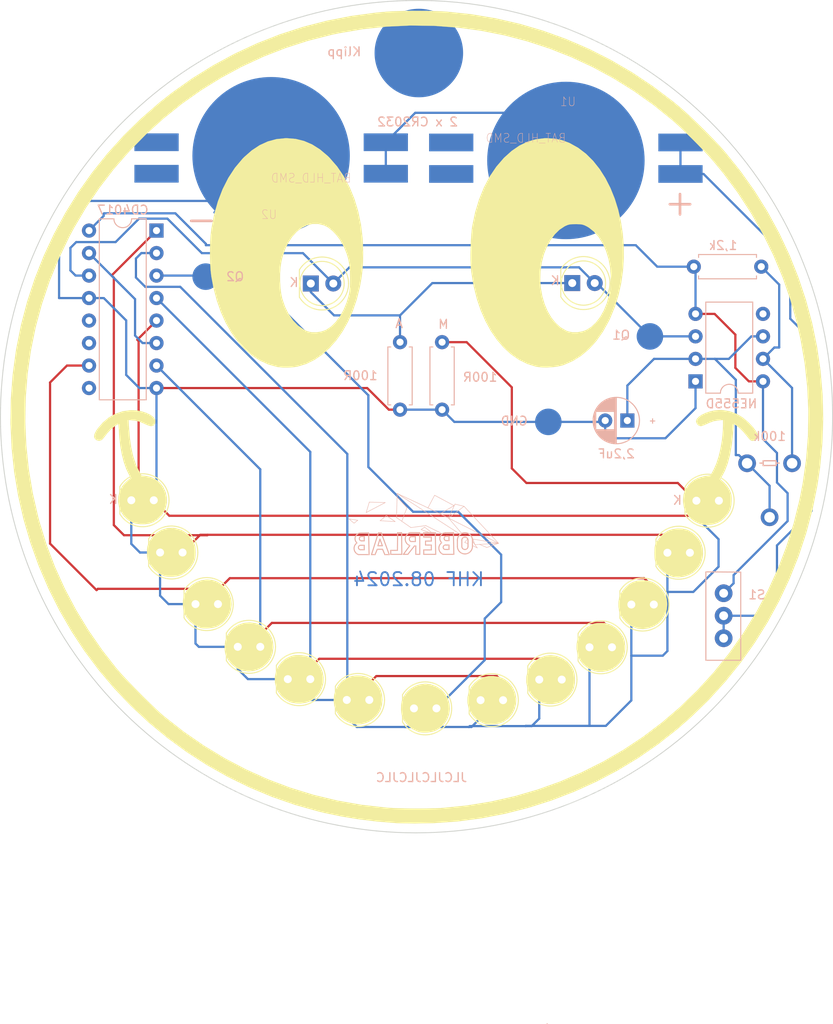
<source format=kicad_pcb>
(kicad_pcb (version 20221018) (generator pcbnew)
  (layers (0 "F.Cu" signal) (31 "B.Cu" signal) (34 "B.Paste" user) (35 "F.Paste" user) (36 "B.SilkS" user "B.Silkscreen") (37 "F.SilkS" user "F.Silkscreen") (38 "B.Mask" user) (39 "F.Mask" user) (44 "Edge.Cuts" user))
  (net 0 "")
  (net 1 "unconnected-(C1-Pad1)")
  (net 2 "Net-(U3-GND)")
  (net 3 "Net-(D1-K)")
  (net 4 "Net-(D1-A)")
  (net 5 "Net-(D2-A)")
  (net 6 "Net-(D3-A)")
  (net 7 "Net-(D4-A)")
  (net 8 "Net-(D5-A)")
  (net 9 "Net-(D6-A)")
  (net 10 "Net-(D7-A)")
  (net 11 "Net-(D8-K)")
  (net 12 "Net-(D8-A)")
  (net 13 "Net-(U3-R)")
  (net 14 "Net-(U3-DIS)")
  (net 15 "Net-(S1-E)")
  (net 16 "Net-(U1-Pad2)")
  (net 21 "unconnected-(U4-Q7-Pad6)")
  (footprint "!Goody:LED_D5.0mm" (layer "F.Cu") (at 63.6 123.4)
    (fp_text reference "D3")
    (fp_text value "LED" hide)
  )
  (footprint "LOGO" (layer "F.Cu") (at 76.9428 94.7546)
    (fp_text reference "G***" hide)
    (fp_text value "LOGO" hide)
  )
  (footprint "!Goody:LED_D5.0mm" (layer "F.Cu") (at 57.95 119.75)
    (fp_text reference "D4")
    (fp_text value "LED" hide)
  )
  (footprint "!Goody:LED_D5.0mm" (layer "F.Cu") (at 53.175 114.925)
    (fp_text reference "D5")
    (fp_text value "LED" hide)
  )
  (footprint "!Goody:LED_D5.0mm" (layer "F.Cu") (at 92 123.45)
    (fp_text reference "D33")
    (fp_text value "LED" hide)
  )
  (footprint "!Goody:LED_D5.0mm" (layer "F.Cu") (at 102.4 114.975)
    (fp_text reference "D55")
    (fp_text value "LED" hide)
  )
  (footprint "!Goody:LED_D5.0mm" (layer "F.Cu") (at 109.75 103.25)
    (fp_text reference "D77")
    (fp_text value "LED" hide)
  )
  (footprint "!Goody:LED_D5.0mm" (layer "F.Cu") (at 106.475 109.125)
    (fp_text reference "D66")
    (fp_text value "LED" hide)
  )
  (footprint "!Goody:LED_D5.0mm" (layer "F.Cu") (at 49.175 109.1)
    (fp_text reference "D6")
    (fp_text value "LED" hide)
  )
  (footprint "!Goody:LED_D5.0mm" (layer "F.Cu") (at 85.375 125.775)
    (fp_text reference "D22")
    (fp_text value "LED" hide)
  )
  (footprint "!Goody:LED_D5.0mm" (layer "F.Cu") (at 45.925 103.2)
    (fp_text reference "D7")
    (fp_text value "LED" hide)
  )
  (footprint "" (layer "F.Cu") (at 93.025 94.35)
    (fp_text reference "")
    (fp_text value "")
  )
  (footprint "!Goody:ob-logo_B.SilkS" (layer "F.Cu") (at 84.28 123.26)
    (fp_text reference "G***" hide)
    (fp_text value "LOGO" hide)
  )
  (footprint "" (layer "F.Cu") (at 54.325 77.95)
    (fp_text reference "")
    (fp_text value "")
  )
  (footprint "!Goody:LED_D5.0mm" (layer "F.Cu") (at 66.2 78.725)
    (fp_text reference "D8")
    (fp_text value "LED" hide)
  )
  (footprint "!Goody:LED_D5.0mm" (layer "F.Cu") (at 70.265 125.75)
    (fp_text reference "D2")
    (fp_text value "LED" hide)
  )
  (footprint "!Goody:LED_D5.0mm" (layer "F.Cu") (at 95.725 78.675)
    (fp_text reference "D88")
    (fp_text value "LED" hide)
  )
  (footprint "!Goody:LED_D5.0mm" (layer "F.Cu") (at 77.85 126.7)
    (fp_text reference "D1")
    (fp_text value "LED" hide)
  )
  (footprint "!Goody:LED_D5.0mm" (layer "F.Cu") (at 97.675 119.8)
    (fp_text reference "D44")
    (fp_text value "LED" hide)
  )
  (footprint "Capacitor_THT:CP_Radial_D5.0mm_P2.50mm" (layer "B.Cu") (at 101.95 94.2 180)
    (fp_text reference "C1")
    (fp_text value "2,2uF")
  )
  (footprint "Package_DIP:DIP-8_W7.62mm" (layer "B.Cu") (at 109.65 89.775)
    (fp_text reference "U3")
    (fp_text value "NE555D")
  )
  (footprint "!Goody:BAT-HLD-SMD-Blech" (layer "B.Cu") (at 61.715 64.299 180)
    (fp_text reference "U2")
    (fp_text value "BAT_HLD_SMD")
  )
  (footprint "!Goody:BAT-HLD-SMD-Blech" (layer "B.Cu") (at 95.01 64.832)
    (fp_text reference "U1")
    (fp_text value "BAT_HLD_SMD")
  )
  (footprint "!Goody:Micro_SchalterKHF" (layer "B.Cu") (at 112.825 113.7 -90)
    (fp_text reference "S1")
    (fp_text value "Micro_Schalter")
  )
  (footprint "Resistor_THT:R_Axial_DIN0207_L6.3mm_D2.5mm_P7.62mm_Horizontal" (layer "B.Cu") (at 109.455 76.825)
    (fp_text reference "R1")
    (fp_text value "1,2k")
  )
  (footprint "!Goody:Lötklipp" (layer "B.Cu") (at 104.5 84.7 180)
    (fp_text reference "LP")
    (fp_text value "Q1")
  )
  (footprint "!Goody:Lötklipp" (layer "B.Cu") (at 78.4 52.7 180)
    (fp_text reference "LP")
    (fp_text value "Klipp")
  )
  (footprint "!Goody:Mini-Poti" (layer "B.Cu") (at 118.015 96.485 180)
    (fp_text reference "R2")
    (fp_text value "100k")
  )
  (footprint "Resistor_THT:R_Axial_DIN0207_L6.3mm_D2.5mm_P7.62mm_Horizontal" (layer "B.Cu") (at 76.275 85.35 -90)
    (fp_text reference "R3")
    (fp_text value "100R")
  )
  (footprint "Package_DIP:DIP-16_W7.62mm" (layer "B.Cu") (at 48.77 72.75 180)
    (fp_text reference "CD4017")
    (fp_text value "4017")
  )
  (footprint "Resistor_THT:R_Axial_DIN0207_L6.3mm_D2.5mm_P7.62mm_Horizontal" (layer "B.Cu") (at 81.025 85.35 -90)
    (fp_text reference "R4")
    (fp_text value "100R")
  )
  (gr_line (start 117.29 98.74) (end 117.29 99.28) (stroke (width 0.15)) (layer "B.SilkS"))
  (gr_line (start 117.29 99.28) (end 118.76 99.27) (stroke (width 0.15)) (layer "B.SilkS"))
  (gr_line (start 118.75 99.005) (end 119.1 99) (stroke (width 0.15)) (layer "B.SilkS"))
  (gr_line (start 117.29 98.74) (end 118.74 98.74) (stroke (width 0.15)) (layer "B.SilkS"))
  (gr_line (start 117.29 99.01) (end 116.93 99) (stroke (width 0.15)) (layer "B.SilkS"))
  (gr_line (start 118.74 98.74) (end 118.76 99.27) (stroke (width 0.15)) (layer "B.SilkS"))
  (gr_line (start 102.0363 53.2796) (end 101.1099 52.74954) (stroke (width 0.1)) (layer "Edge.Cuts"))
  (gr_line (start 32.12822 103.2741) (end 32.35417 104.3052) (stroke (width 0.1)) (layer "Edge.Cuts"))
  (gr_line (start 52.59 54.32353) (end 51.7286 54.894) (stroke (width 0.1)) (layer "Edge.Cuts"))
  (gr_line (start 61.8308 137.8351) (end 62.8671 138.2059) (stroke (width 0.1)) (layer "Edge.Cuts"))
  (gr_line (start 38.9802 119.7417) (end 39.5755 120.6143) (stroke (width 0.1)) (layer "Edge.Cuts"))
  (gr_line (start 34.35034 76.7341) (end 33.9602 77.7697) (stroke (width 0.1)) (layer "Edge.Cuts"))
  (gr_line (start 63.764 49.03325) (end 62.784 49.36066) (stroke (width 0.1)) (layer "Edge.Cuts"))
  (gr_line (start 123.3729 80.9547) (end 123.0978 80.0229) (stroke (width 0.1)) (layer "Edge.Cuts"))
  (gr_line (start 108.1393 57.5698) (end 107.3109 56.8976) (stroke (width 0.1)) (layer "Edge.Cuts"))
  (gr_line (start 52.0514 132.8384) (end 52.974 133.4387) (stroke (width 0.1)) (layer "Edge.Cuts"))
  (gr_line (start 81.368 140.6394) (end 82.4712 140.5489) (stroke (width 0.1)) (layer "Edge.Cuts"))
  (gr_line (start 75.8373 140.7009) (end 76.9434 140.7411) (stroke (width 0.1)) (layer "Edge.Cuts"))
  (gr_line (start 66.0253 139.1685) (end 67.0929 139.4384) (stroke (width 0.1)) (layer "Edge.Cuts"))
  (gr_line (start 46.8477 58.7129) (end 46.0273 59.4576) (stroke (width 0.1)) (layer "Edge.Cuts"))
  (gr_line (start 123.2709 106.8481) (end 123.5327 105.9123) (stroke (width 0.1)) (layer "Edge.Cuts"))
  (gr_line (start 116.7675 66.9753) (end 116.149 66.106) (stroke (width 0.1)) (layer "Edge.Cuts"))
  (gr_line (start 49.3703 130.9117) (end 50.249 131.5746) (stroke (width 0.1)) (layer "Edge.Cuts"))
  (gr_line (start 121.5058 111.8692) (end 121.9052 110.8823) (stroke (width 0.1)) (layer "Edge.Cuts"))
  (gr_line (start 122.6351 108.8817) (end 122.9649 107.8688) (stroke (width 0.1)) (layer "Edge.Cuts"))
  (gr_line (start 123.0978 80.0229) (end 122.8028 79.0971) (stroke (width 0.1)) (layer "Edge.Cuts"))
  (gr_line (start 95.3534 137.4875) (end 96.3791 137.0713) (stroke (width 0.1)) (layer "Edge.Cuts"))
  (gr_line (start 92.5632 49.02885) (end 91.1865 48.60668) (stroke (width 0.1)) (layer "Edge.Cuts"))
  (gr_line (start 92.2214 138.5896) (end 93.274 138.2468) (stroke (width 0.1)) (layer "Edge.Cuts"))
  (gr_line (start 93.274 138.2468) (end 94.3182 137.8794) (stroke (width 0.1)) (layer "Edge.Cuts"))
  (gr_line (start 44.4437 61.0057) (end 43.6811 61.808) (stroke (width 0.1)) (layer "Edge.Cuts"))
  (gr_line (start 31.73657 86.326) (end 31.57479 87.4212) (stroke (width 0.1)) (layer "Edge.Cuts"))
  (gr_line (start 116.9331 120.2696) (end 117.5242 119.3842) (stroke (width 0.1)) (layer "Edge.Cuts"))
  (gr_line (start 47.6603 129.5257) (end 48.5072 130.2286) (stroke (width 0.1)) (layer "Edge.Cuts"))
  (gr_line (start 70.7911 47.34933) (end 69.7726 47.52356) (stroke (width 0.1)) (layer "Edge.Cuts"))
  (gr_line (start 99.2198 51.75559) (end 97.9231 51.12971) (stroke (width 0.1)) (layer "Edge.Cuts"))
  (gr_line (start 45.2259 60.2221) (end 44.4437 61.0057) (stroke (width 0.1)) (layer "Edge.Cuts"))
  (gr_line (start 71.431 140.2743) (end 72.5287 140.4211) (stroke (width 0.1)) (layer "Edge.Cuts"))
  (gr_line (start 52.974 133.4387) (end 53.9103 134.0175) (stroke (width 0.1)) (layer "Edge.Cuts"))
  (gr_line (start 114.3752 123.6723) (end 115.043 122.8433) (stroke (width 0.1)) (layer "Edge.Cuts"))
  (gr_line (start 105.0187 132.3114) (end 105.8859 131.6933) (stroke (width 0.1)) (layer "Edge.Cuts"))
  (gr_line (start 113.4839 62.7748) (end 112.7716 61.9805) (stroke (width 0.1)) (layer "Edge.Cuts"))
  (gr_line (start 64.751 48.72722) (end 63.764 49.03325) (stroke (width 0.1)) (layer "Edge.Cuts"))
  (gr_line (start 69.7726 47.52356) (end 68.7583 47.72018) (stroke (width 0.1)) (layer "Edge.Cuts"))
  (gr_line (start 32.13918 84.1493) (end 31.92479 85.2352) (stroke (width 0.1)) (layer "Edge.Cuts"))
  (gr_line (start 35.20247 74.6915) (end 34.76451 75.7078) (stroke (width 0.1)) (layer "Edge.Cuts"))
  (gr_line (start 57.7817 136.1113) (end 58.7786 136.5777) (stroke (width 0.1)) (layer "Edge.Cuts"))
  (gr_line (start 51.1429 132.217) (end 52.0514 132.8384) (stroke (width 0.1)) (layer "Edge.Cuts"))
  (gr_line (start 39.5755 120.6143) (end 40.1912 121.4729) (stroke (width 0.1)) (layer "Edge.Cuts"))
  (gr_line (start 86.8543 139.9307) (end 87.9397 139.7126) (stroke (width 0.1)) (layer "Edge.Cuts"))
  (gr_line (start 117.366 67.8584) (end 116.7675 66.9753) (stroke (width 0.1)) (layer "Edge.Cuts"))
  (gr_line (start 71.8133 47.19768) (end 70.7911 47.34933) (stroke (width 0.1)) (layer "Edge.Cuts"))
  (gr_line (start 124.2733 84.7331) (end 124.0782 83.7816) (stroke (width 0.1)) (layer "Edge.Cuts"))
  (gr_line (start 89.0196 139.4693) (end 90.0937 139.201) (stroke (width 0.1)) (layer "Edge.Cuts"))
  (gr_line (start 109.2033 129.0256) (end 109.9931 128.3121) (stroke (width 0.1)) (layer "Edge.Cuts"))
  (gr_line (start 82.7155 46.97622) (end 81.2807 46.85936) (stroke (width 0.1)) (layer "Edge.Cuts"))
  (gr_line (start 120.5193 73.4236) (end 120.0477 72.4664) (stroke (width 0.1)) (layer "Edge.Cuts"))
  (gr_line (start 102.9498 53.83119) (end 102.0363 53.2796) (stroke (width 0.1)) (layer "Edge.Cuts"))
  (gr_line (start 120.6394 113.8138) (end 121.0837 112.8465) (stroke (width 0.1)) (layer "Edge.Cuts"))
  (gr_line (start 122.1528 77.2649) (end 121.7978 76.3593) (stroke (width 0.1)) (layer "Edge.Cuts"))
  (gr_line (start 40.8311 65.1927) (end 40.17 66.08) (stroke (width 0.1)) (layer "Edge.Cuts"))
  (gr_line (start 110.53 59.6966) (end 109.7492 58.9697) (stroke (width 0.1)) (layer "Edge.Cuts"))
  (gr_line (start 62.784 49.36066) (end 61.8112 49.70927) (stroke (width 0.1)) (layer "Edge.Cuts"))
  (gr_line (start 58.9418 50.88056) (end 58.0031 51.31224) (stroke (width 0.1)) (layer "Edge.Cuts"))
  (gr_line (start 34.18446 110.3635) (end 34.56732 111.3471) (stroke (width 0.1)) (layer "Edge.Cuts"))
  (gr_line (start 33.9602 77.7697) (end 33.59437 78.8142) (stroke (width 0.1)) (layer "Edge.Cuts"))
  (gr_line (start 120.0477 72.4664) (end 119.554 71.5205) (stroke (width 0.1)) (layer "Edge.Cuts"))
  (gr_line (start 31.33162 89.6229) (end 31.24815 90.676) (stroke (width 0.1)) (layer "Edge.Cuts"))
  (gr_line (start 100.3742 135.1653) (end 101.3432 134.6291) (stroke (width 0.1)) (layer "Edge.Cuts"))
  (gr_line (start 78.4028 46.76272) (end 76.9623 46.7839) (stroke (width 0.1)) (layer "Edge.Cuts"))
  (gr_line (start 76.9623 46.7839) (end 76.9623 46.7839) (stroke (width 0.1)) (layer "Edge.Cuts"))
  (gr_line (start 104.1369 132.9091) (end 105.0187 132.3114) (stroke (width 0.1)) (layer "Edge.Cuts"))
  (gr_line (start 75.9289 46.82015) (end 74.8969 46.87982) (stroke (width 0.1)) (layer "Edge.Cuts"))
  (gr_line (start 54.8597 134.5745) (end 55.8218 135.1094) (stroke (width 0.1)) (layer "Edge.Cuts"))
  (gr_line (start 39.53 66.9826) (end 38.9115 67.9001) (stroke (width 0.1)) (layer "Edge.Cuts"))
  (gr_line (start 123.6279 81.892) (end 123.3729 80.9547) (stroke (width 0.1)) (layer "Edge.Cuts"))
  (gr_line (start 43.6859 125.7237) (end 44.4444 126.5213) (stroke (width 0.1)) (layer "Edge.Cuts"))
  (gr_line (start 32.60295 105.331) (end 32.87442 106.3511) (stroke (width 0.1)) (layer "Edge.Cuts"))
  (gr_line (start 31.74538 101.1982) (end 31.92525 102.2383) (stroke (width 0.1)) (layer "Edge.Cuts"))
  (gr_line (start 111.523 126.832) (end 112.2625 126.0664) (stroke (width 0.1)) (layer "Edge.Cuts"))
  (gr_line (start 48.5072 130.2286) (end 49.3703 130.9117) (stroke (width 0.1)) (layer "Edge.Cuts"))
  (gr_line (start 109.7492 58.9697) (end 108.9522 58.2606) (stroke (width 0.1)) (layer "Edge.Cuts"))
  (gr_line (start 122.4878 78.1776) (end 122.1528 77.2649) (stroke (width 0.1)) (layer "Edge.Cuts"))
  (gr_line (start 114.854 64.4104) (end 114.1782 63.5849) (stroke (width 0.1)) (layer "Edge.Cuts"))
  (gr_line (start 97.9231 51.12971) (end 96.6078 50.54362) (stroke (width 0.1)) (layer "Edge.Cuts"))
  (gr_line (start 97.3946 136.6309) (end 98.3993 136.1663) (stroke (width 0.1)) (layer "Edge.Cuts"))
  (gr_line (start 118.646 117.5748) (end 119.1762 116.6517) (stroke (width 0.1)) (layer "Edge.Cuts"))
  (gr_line (start 86.9883 47.59518) (end 85.5707 47.34461) (stroke (width 0.1)) (layer "Edge.Cuts"))
  (gr_line (start 112.2625 126.0664) (end 112.9846 125.2842) (stroke (width 0.1)) (layer "Edge.Cuts"))
  (gr_line (start 61.8112 49.70927) (end 60.8463 50.0789) (stroke (width 0.1)) (layer "Edge.Cuts"))
  (gr_line (start 112.7716 61.9805) (end 112.0416 61.2024) (stroke (width 0.1)) (layer "Edge.Cuts"))
  (gr_line (start 60.8036 137.44) (end 61.8308 137.8351) (stroke (width 0.1)) (layer "Edge.Cuts"))
  (gr_line (start 67.0929 139.4384) (end 68.167 139.6823) (stroke (width 0.1)) (layer "Edge.Cuts"))
  (gr_line (start 104.7367 54.9973) (end 103.8501 54.40389) (stroke (width 0.1)) (layer "Edge.Cuts"))
  (gr_line (start 125.0615 96.3343) (end 125.1052 95.3636) (stroke (width 0.1)) (layer "Edge.Cuts"))
  (gr_line (start 96.6078 50.54362) (end 95.2752 49.9978) (stroke (width 0.1)) (layer "Edge.Cuts"))
  (gr_line (start 117.5242 119.3842) (end 118.0953 118.4858) (stroke (width 0.1)) (layer "Edge.Cuts"))
  (gr_line (start 44.4444 126.5213) (end 45.2216 127.3006) (stroke (width 0.1)) (layer "Edge.Cuts"))
  (gr_line (start 122.9649 107.8688) (end 123.2709 106.8481) (stroke (width 0.1)) (layer "Edge.Cuts"))
  (gr_line (start 120.1732 114.7708) (end 120.6394 113.8138) (stroke (width 0.1)) (layer "Edge.Cuts"))
  (gr_line (start 123.997 104.0253) (end 124.1995 103.075) (stroke (width 0.1)) (layer "Edge.Cuts"))
  (gr_line (start 32.6454 81.9948) (end 32.37947 83.0691) (stroke (width 0.1)) (layer "Edge.Cuts"))
  (gr_line (start 102.2989 134.0693) (end 103.241 133.4859) (stroke (width 0.1)) (layer "Edge.Cuts"))
  (gr_line (start 31.43972 88.5204) (end 31.33162 89.6229) (stroke (width 0.1)) (layer "Edge.Cuts"))
  (gr_line (start 59.7861 137.0207) (end 60.8036 137.44) (stroke (width 0.1)) (layer "Edge.Cuts"))
  (gr_line (start 84.146 47.13813) (end 82.7155 46.97622) (stroke (width 0.1)) (layer "Edge.Cuts"))
  (gr_line (start 56.1551 52.23646) (end 55.2468 52.72866) (stroke (width 0.1)) (layer "Edge.Cuts"))
  (gr_line (start 94.3182 137.8794) (end 95.3534 137.4875) (stroke (width 0.1)) (layer "Edge.Cuts"))
  (gr_line (start 36.65631 71.7073) (end 36.14863 72.6906) (stroke (width 0.1)) (layer "Edge.Cuts"))
  (gr_line (start 37.8517 117.957) (end 38.4056 118.8558) (stroke (width 0.1)) (layer "Edge.Cuts"))
  (gr_line (start 98.3993 136.1663) (end 99.3928 135.6778) (stroke (width 0.1)) (layer "Edge.Cuts"))
  (gr_line (start 121.3947 75.3705) (end 120.9684 74.3918) (stroke (width 0.1)) (layer "Edge.Cuts"))
  (gr_line (start 110.7664 127.5807) (end 111.523 126.832) (stroke (width 0.1)) (layer "Edge.Cuts"))
  (gr_line (start 43.6811 61.808) (end 42.9383 62.6284) (stroke (width 0.1)) (layer "Edge.Cuts"))
  (gr_line (start 46.8301 128.8031) (end 47.6603 129.5257) (stroke (width 0.1)) (layer "Edge.Cuts"))
  (gr_line (start 47.6246 58.0301) (end 46.8477 58.7129) (stroke (width 0.1)) (layer "Edge.Cuts"))
  (gr_line (start 31.92525 102.2383) (end 32.12822 103.2741) (stroke (width 0.1)) (layer "Edge.Cuts"))
  (gr_line (start 124.9144 98.2719) (end 124.9979 97.3038) (stroke (width 0.1)) (layer "Edge.Cuts"))
  (gr_line (start 33.16844 107.3649) (end 33.48488 108.3719) (stroke (width 0.1)) (layer "Edge.Cuts"))
  (gr_line (start 84.6699 140.2909) (end 85.7642 140.1235) (stroke (width 0.1)) (layer "Edge.Cuts"))
  (gr_line (start 31.15497 92.7859) (end 31.14499 93.8416) (stroke (width 0.1)) (layer "Edge.Cuts"))
  (gr_line (start 31.34582 98.0576) (end 31.45553 99.1074) (stroke (width 0.1)) (layer "Edge.Cuts"))
  (gr_line (start 103.241 133.4859) (end 104.1369 132.9091) (stroke (width 0.1)) (layer "Edge.Cuts"))
  (gr_line (start 36.14863 72.6906) (end 35.66393 73.6856) (stroke (width 0.1)) (layer "Edge.Cuts"))
  (gr_line (start 74.8969 46.87982) (end 73.8666 46.96275) (stroke (width 0.1)) (layer "Edge.Cuts"))
  (gr_line (start 63.9119 138.5519) (end 64.9648 138.8729) (stroke (width 0.1)) (layer "Edge.Cuts"))
  (gr_line (start 124.545 101.1628) (end 124.688 100.2018) (stroke (width 0.1)) (layer "Edge.Cuts"))
  (gr_line (start 76.9434 140.7411) (end 78.0501 140.7549) (stroke (width 0.1)) (layer "Edge.Cuts"))
  (gr_line (start 123.7748 104.9712) (end 123.997 104.0253) (stroke (width 0.1)) (layer "Edge.Cuts"))
  (gr_line (start 125.1172 92.4493) (end 125.0814 91.4785) (stroke (width 0.1)) (layer "Edge.Cuts"))
  (gr_line (start 31.15922 94.8972) (end 31.19753 95.952) (stroke (width 0.1)) (layer "Edge.Cuts"))
  (gr_line (start 35.66393 73.6856) (end 35.20247 74.6915) (stroke (width 0.1)) (layer "Edge.Cuts"))
  (gr_line (start 31.19753 95.952) (end 31.25977 97.0057) (stroke (width 0.1)) (layer "Edge.Cuts"))
  (gr_line (start 117.9443 68.7549) (end 117.366 67.8584) (stroke (width 0.1)) (layer "Edge.Cuts"))
  (gr_line (start 76.9623 46.7839) (end 76.9623 46.7839) (stroke (width 0.1)) (layer "Edge.Cuts"))
  (gr_line (start 107.5756 130.3976) (end 108.3973 129.721) (stroke (width 0.1)) (layer "Edge.Cuts"))
  (gr_line (start 74.7324 140.6343) (end 75.8373 140.7009) (stroke (width 0.1)) (layer "Edge.Cuts"))
  (gr_line (start 54.3495 53.24069) (end 53.4638 53.77237) (stroke (width 0.1)) (layer "Edge.Cuts"))
  (gr_line (start 101.1099 52.74954) (end 100.1709 52.2414) (stroke (width 0.1)) (layer "Edge.Cuts"))
  (gr_line (start 124.7392 87.609) (end 124.6039 86.6472) (stroke (width 0.1)) (layer "Edge.Cuts"))
  (gr_line (start 37.7395 69.7773) (end 37.1867 70.736) (stroke (width 0.1)) (layer "Edge.Cuts"))
  (gr_line (start 41.5275 123.2245) (end 42.2269 124.075) (stroke (width 0.1)) (layer "Edge.Cuts"))
  (gr_line (start 33.8236 109.3716) (end 34.18446 110.3635) (stroke (width 0.1)) (layer "Edge.Cuts"))
  (gr_line (start 107.3109 56.8976) (end 106.4675 56.2446) (stroke (width 0.1)) (layer "Edge.Cuts"))
  (gr_line (start 121.0837 112.8465) (end 121.5058 111.8692) (stroke (width 0.1)) (layer "Edge.Cuts"))
  (gr_line (start 32.87442 106.3511) (end 33.16844 107.3649) (stroke (width 0.1)) (layer "Edge.Cuts"))
  (gr_line (start 112.9846 125.2842) (end 113.6889 124.4861) (stroke (width 0.1)) (layer "Edge.Cuts"))
  (gr_line (start 81.2807 46.85936) (end 79.8427 46.78804) (stroke (width 0.1)) (layer "Edge.Cuts"))
  (gr_line (start 122.8028 79.0971) (end 122.4878 78.1776) (stroke (width 0.1)) (layer "Edge.Cuts"))
  (gr_line (start 64.9648 138.8729) (end 66.0253 139.1685) (stroke (width 0.1)) (layer "Edge.Cuts"))
  (gr_line (start 111.2943 60.441) (end 110.53 59.6966) (stroke (width 0.1)) (layer "Edge.Cuts"))
  (gr_line (start 123.863 82.8345) (end 123.6279 81.892) (stroke (width 0.1)) (layer "Edge.Cuts"))
  (gr_line (start 89.7975 48.2267) (end 88.3977 47.88937) (stroke (width 0.1)) (layer "Edge.Cuts"))
  (gr_line (start 31.25977 97.0057) (end 31.34582 98.0576) (stroke (width 0.1)) (layer "Edge.Cuts"))
  (gr_line (start 34.97204 112.3219) (end 35.39848 113.2873) (stroke (width 0.1)) (layer "Edge.Cuts"))
  (gr_line (start 91.1611 138.9077) (end 92.2214 138.5896) (stroke (width 0.1)) (layer "Edge.Cuts"))
  (gr_line (start 53.9103 134.0175) (end 54.8597 134.5745) (stroke (width 0.1)) (layer "Edge.Cuts"))
  (gr_line (start 125.1291 94.3923) (end 125.1331 93.4208) (stroke (width 0.1)) (layer "Edge.Cuts"))
  (gr_line (start 124.6039 86.6472) (end 124.4486 85.6884) (stroke (width 0.1)) (layer "Edge.Cuts"))
  (gr_line (start 91.1865 48.60668) (end 89.7975 48.2267) (stroke (width 0.1)) (layer "Edge.Cuts"))
  (gr_line (start 68.7583 47.72018) (end 67.7484 47.93903) (stroke (width 0.1)) (layer "Edge.Cuts"))
  (gr_line (start 100.1709 52.2414) (end 99.2198 51.75559) (stroke (width 0.1)) (layer "Edge.Cuts"))
  (gr_line (start 116.149 66.106) (end 115.5111 65.2509) (stroke (width 0.1)) (layer "Edge.Cuts"))
  (gr_line (start 32.35417 104.3052) (end 32.60295 105.331) (stroke (width 0.1)) (layer "Edge.Cuts"))
  (gr_line (start 82.4712 140.5489) (end 83.572 140.4327) (stroke (width 0.1)) (layer "Edge.Cuts"))
  (gr_line (start 36.80678 116.1227) (end 37.3187 117.0458) (stroke (width 0.1)) (layer "Edge.Cuts"))
  (gr_line (start 35.39848 113.2873) (end 35.84651 114.243) (stroke (width 0.1)) (layer "Edge.Cuts"))
  (gr_line (start 121.9052 110.8823) (end 122.2818 109.8863) (stroke (width 0.1)) (layer "Edge.Cuts"))
  (gr_line (start 49.2238 56.7196) (end 48.4169 57.3657) (stroke (width 0.1)) (layer "Edge.Cuts"))
  (gr_line (start 93.9266 49.49271) (end 92.5632 49.02885) (stroke (width 0.1)) (layer "Edge.Cuts"))
  (gr_line (start 37.3187 117.0458) (end 37.8517 117.957) (stroke (width 0.1)) (layer "Edge.Cuts"))
  (gr_line (start 41.513 64.3213) (end 40.8311 65.1927) (stroke (width 0.1)) (layer "Edge.Cuts"))
  (gr_line (start 50.0451 56.0922) (end 49.2238 56.7196) (stroke (width 0.1)) (layer "Edge.Cuts"))
  (gr_line (start 31.92479 85.2352) (end 31.73657 86.326) (stroke (width 0.1)) (layer "Edge.Cuts"))
  (gr_line (start 40.1912 121.4729) (end 40.8487 122.3571) (stroke (width 0.1)) (layer "Edge.Cuts"))
  (gr_line (start 85.5707 47.34461) (end 84.146 47.13813) (stroke (width 0.1)) (layer "Edge.Cuts"))
  (gr_line (start 119.1762 116.6517) (end 119.6853 115.7169) (stroke (width 0.1)) (layer "Edge.Cuts"))
  (gr_line (start 58.7786 136.5777) (end 59.7861 137.0207) (stroke (width 0.1)) (layer "Edge.Cuts"))
  (gr_line (start 124.8546 88.5734) (end 124.7392 87.609) (stroke (width 0.1)) (layer "Edge.Cuts"))
  (gr_line (start 113.6889 124.4861) (end 114.3752 123.6723) (stroke (width 0.1)) (layer "Edge.Cuts"))
  (gr_line (start 124.3821 102.1207) (end 124.545 101.1628) (stroke (width 0.1)) (layer "Edge.Cuts"))
  (gr_line (start 56.7959 135.6217) (end 57.7817 136.1113) (stroke (width 0.1)) (layer "Edge.Cuts"))
  (gr_line (start 32.37947 83.0691) (end 32.13918 84.1493) (stroke (width 0.1)) (layer "Edge.Cuts"))
  (gr_line (start 31.18932 91.7306) (end 31.15497 92.7859) (stroke (width 0.1)) (layer "Edge.Cuts"))
  (gr_line (start 115.6922 121.9996) (end 116.3223 121.1415) (stroke (width 0.1)) (layer "Edge.Cuts"))
  (gr_line (start 115.5111 65.2509) (end 114.854 64.4104) (stroke (width 0.1)) (layer "Edge.Cuts"))
  (gr_line (start 108.9522 58.2606) (end 108.1393 57.5698) (stroke (width 0.1)) (layer "Edge.Cuts"))
  (gr_line (start 114.1782 63.5849) (end 113.4839 62.7748) (stroke (width 0.1)) (layer "Edge.Cuts"))
  (gr_line (start 119.6853 115.7169) (end 120.1732 114.7708) (stroke (width 0.1)) (layer "Edge.Cuts"))
  (gr_line (start 123.5327 105.9123) (end 123.7748 104.9712) (stroke (width 0.1)) (layer "Edge.Cuts"))
  (gr_line (start 121.7978 76.3593) (end 121.3947 75.3705) (stroke (width 0.1)) (layer "Edge.Cuts"))
  (gr_line (start 33.48488 108.3719) (end 33.8236 109.3716) (stroke (width 0.1)) (layer "Edge.Cuts"))
  (gr_line (start 125.0257 90.5086) (end 124.9501 89.5401) (stroke (width 0.1)) (layer "Edge.Cuts"))
  (gr_line (start 55.2468 52.72866) (end 54.3495 53.24069) (stroke (width 0.1)) (layer "Edge.Cuts"))
  (gr_line (start 120.9684 74.3918) (end 120.5193 73.4236) (stroke (width 0.1)) (layer "Edge.Cuts"))
  (gr_line (start 106.7383 131.0552) (end 107.5756 130.3976) (stroke (width 0.1)) (layer "Edge.Cuts"))
  (gr_line (start 105.6093 55.611) (end 104.7367 54.9973) (stroke (width 0.1)) (layer "Edge.Cuts"))
  (gr_line (start 79.1569 140.7425) (end 80.263 140.7039) (stroke (width 0.1)) (layer "Edge.Cuts"))
  (gr_line (start 72.5287 140.4211) (end 73.6293 140.541) (stroke (width 0.1)) (layer "Edge.Cuts"))
  (gr_line (start 32.93671 80.9273) (end 32.6454 81.9948) (stroke (width 0.1)) (layer "Edge.Cuts"))
  (gr_line (start 83.572 140.4327) (end 84.6699 140.2909) (stroke (width 0.1)) (layer "Edge.Cuts"))
  (gr_line (start 42.9466 124.9082) (end 43.6859 125.7237) (stroke (width 0.1)) (layer "Edge.Cuts"))
  (gr_line (start 51.7286 54.894) (end 50.8802 55.4836) (stroke (width 0.1)) (layer "Edge.Cuts"))
  (gr_line (start 125.1331 93.4208) (end 125.1172 92.4493) (stroke (width 0.1)) (layer "Edge.Cuts"))
  (gr_line (start 48.4169 57.3657) (end 47.6246 58.0301) (stroke (width 0.1)) (layer "Edge.Cuts"))
  (gr_line (start 78.0501 140.7549) (end 79.1569 140.7425) (stroke (width 0.1)) (layer "Edge.Cuts"))
  (gr_line (start 42.2155 63.4663) (end 41.513 64.3213) (stroke (width 0.1)) (layer "Edge.Cuts"))
  (gr_line (start 103.8501 54.40389) (end 102.9498 53.83119) (stroke (width 0.1)) (layer "Edge.Cuts"))
  (gr_line (start 95.2752 49.9978) (end 93.9266 49.49271) (stroke (width 0.1)) (layer "Edge.Cuts"))
  (gr_line (start 106.4675 56.2446) (end 105.6093 55.611) (stroke (width 0.1)) (layer "Edge.Cuts"))
  (gr_line (start 70.337 140.1006) (end 71.431 140.2743) (stroke (width 0.1)) (layer "Edge.Cuts"))
  (gr_line (start 60.8463 50.0789) (end 59.8897 50.46938) (stroke (width 0.1)) (layer "Edge.Cuts"))
  (gr_line (start 99.3928 135.6778) (end 100.3742 135.1653) (stroke (width 0.1)) (layer "Edge.Cuts"))
  (gr_line (start 85.7642 140.1235) (end 86.8543 139.9307) (stroke (width 0.1)) (layer "Edge.Cuts"))
  (gr_line (start 36.31599 115.1882) (end 36.80678 116.1227) (stroke (width 0.1)) (layer "Edge.Cuts"))
  (gr_line (start 124.688 100.2018) (end 124.8111 99.238) (stroke (width 0.1)) (layer "Edge.Cuts"))
  (gr_line (start 119.0387 70.5863) (end 118.502 69.6643) (stroke (width 0.1)) (layer "Edge.Cuts"))
  (gr_line (start 118.0953 118.4858) (end 118.646 117.5748) (stroke (width 0.1)) (layer "Edge.Cuts"))
  (gr_line (start 109.9931 128.3121) (end 110.7664 127.5807) (stroke (width 0.1)) (layer "Edge.Cuts"))
  (gr_line (start 59.8897 50.46938) (end 58.9418 50.88056) (stroke (width 0.1)) (layer "Edge.Cuts"))
  (gr_line (start 50.8802 55.4836) (end 50.0451 56.0922) (stroke (width 0.1)) (layer "Edge.Cuts"))
  (gr_line (start 55.8218 135.1094) (end 56.7959 135.6217) (stroke (width 0.1)) (layer "Edge.Cuts"))
  (gr_line (start 68.167 139.6823) (end 69.2472 139.8998) (stroke (width 0.1)) (layer "Edge.Cuts"))
  (gr_line (start 45.2216 127.3006) (end 46.017 128.0613) (stroke (width 0.1)) (layer "Edge.Cuts"))
  (gr_line (start 57.0741 51.76427) (end 56.1551 52.23646) (stroke (width 0.1)) (layer "Edge.Cuts"))
  (gr_line (start 33.25312 79.8668) (end 32.93671 80.9273) (stroke (width 0.1)) (layer "Edge.Cuts"))
  (gr_line (start 58.0031 51.31224) (end 57.0741 51.76427) (stroke (width 0.1)) (layer "Edge.Cuts"))
  (gr_line (start 116.3223 121.1415) (end 116.9331 120.2696) (stroke (width 0.1)) (layer "Edge.Cuts"))
  (gr_line (start 124.9501 89.5401) (end 124.8546 88.5734) (stroke (width 0.1)) (layer "Edge.Cuts"))
  (gr_line (start 118.502 69.6643) (end 117.9443 68.7549) (stroke (width 0.1)) (layer "Edge.Cuts"))
  (gr_line (start 38.9115 67.9001) (end 38.3146 68.8318) (stroke (width 0.1)) (layer "Edge.Cuts"))
  (gr_line (start 38.3146 68.8318) (end 37.7395 69.7773) (stroke (width 0.1)) (layer "Edge.Cuts"))
  (gr_line (start 72.8386 47.06876) (end 71.8133 47.19768) (stroke (width 0.1)) (layer "Edge.Cuts"))
  (gr_line (start 76.9623 46.7839) (end 75.9289 46.82015) (stroke (width 0.1)) (layer "Edge.Cuts"))
  (gr_line (start 38.4056 118.8558) (end 38.9802 119.7417) (stroke (width 0.1)) (layer "Edge.Cuts"))
  (gr_line (start 90.0937 139.201) (end 91.1611 138.9077) (stroke (width 0.1)) (layer "Edge.Cuts"))
  (gr_line (start 31.57479 87.4212) (end 31.43972 88.5204) (stroke (width 0.1)) (layer "Edge.Cuts"))
  (gr_line (start 46.0273 59.4576) (end 45.2259 60.2221) (stroke (width 0.1)) (layer "Edge.Cuts"))
  (gr_line (start 87.9397 139.7126) (end 89.0196 139.4693) (stroke (width 0.1)) (layer "Edge.Cuts"))
  (gr_line (start 124.4486 85.6884) (end 124.2733 84.7331) (stroke (width 0.1)) (layer "Edge.Cuts"))
  (gr_line (start 80.263 140.7039) (end 81.368 140.6394) (stroke (width 0.1)) (layer "Edge.Cuts"))
  (gr_line (start 31.58876 100.1544) (end 31.74538 101.1982) (stroke (width 0.1)) (layer "Edge.Cuts"))
  (gr_line (start 34.56732 111.3471) (end 34.97204 112.3219) (stroke (width 0.1)) (layer "Edge.Cuts"))
  (gr_line (start 125.1052 95.3636) (end 125.1291 94.3923) (stroke (width 0.1)) (layer "Edge.Cuts"))
  (gr_line (start 31.45553 99.1074) (end 31.58876 100.1544) (stroke (width 0.1)) (layer "Edge.Cuts"))
  (gr_line (start 96.3791 137.0713) (end 97.3946 136.6309) (stroke (width 0.1)) (layer "Edge.Cuts"))
  (gr_line (start 40.8487 122.3571) (end 41.5275 123.2245) (stroke (width 0.1)) (layer "Edge.Cuts"))
  (gr_line (start 101.3432 134.6291) (end 102.2989 134.0693) (stroke (width 0.1)) (layer "Edge.Cuts"))
  (gr_line (start 88.3977 47.88937) (end 86.9883 47.59518) (stroke (width 0.1)) (layer "Edge.Cuts"))
  (gr_line (start 34.76451 75.7078) (end 34.35034 76.7341) (stroke (width 0.1)) (layer "Edge.Cuts"))
  (gr_line (start 119.554 71.5205) (end 119.0387 70.5863) (stroke (width 0.1)) (layer "Edge.Cuts"))
  (gr_line (start 69.2472 139.8998) (end 70.337 140.1006) (stroke (width 0.1)) (layer "Edge.Cuts"))
  (gr_line (start 42.9383 62.6284) (end 42.2155 63.4663) (stroke (width 0.1)) (layer "Edge.Cuts"))
  (gr_line (start 124.0782 83.7816) (end 123.863 82.8345) (stroke (width 0.1)) (layer "Edge.Cuts"))
  (gr_line (start 31.24815 90.676) (end 31.18932 91.7306) (stroke (width 0.1)) (layer "Edge.Cuts"))
  (gr_line (start 42.2269 124.075) (end 42.9466 124.9082) (stroke (width 0.1)) (layer "Edge.Cuts"))
  (gr_line (start 115.043 122.8433) (end 115.6922 121.9996) (stroke (width 0.1)) (layer "Edge.Cuts"))
  (gr_line (start 33.59437 78.8142) (end 33.25312 79.8668) (stroke (width 0.1)) (layer "Edge.Cuts"))
  (gr_line (start 73.6293 140.541) (end 74.7324 140.6343) (stroke (width 0.1)) (layer "Edge.Cuts"))
  (gr_line (start 108.3973 129.721) (end 109.2033 129.0256) (stroke (width 0.1)) (layer "Edge.Cuts"))
  (gr_line (start 79.8427 46.78804) (end 78.4028 46.76272) (stroke (width 0.1)) (layer "Edge.Cuts"))
  (gr_line (start 40.17 66.08) (end 39.53 66.9826) (stroke (width 0.1)) (layer "Edge.Cuts"))
  (gr_line (start 37.1867 70.736) (end 36.65631 71.7073) (stroke (width 0.1)) (layer "Edge.Cuts"))
  (gr_line (start 124.9979 97.3038) (end 125.0615 96.3343) (stroke (width 0.1)) (layer "Edge.Cuts"))
  (gr_line (start 105.8859 131.6933) (end 106.7383 131.0552) (stroke (width 0.1)) (layer "Edge.Cuts"))
  (gr_line (start 53.4638 53.77237) (end 52.59 54.32353) (stroke (width 0.1)) (layer "Edge.Cuts"))
  (gr_line (start 73.8666 46.96275) (end 72.8386 47.06876) (stroke (width 0.1)) (layer "Edge.Cuts"))
  (gr_line (start 46.017 128.0613) (end 46.8301 128.8031) (stroke (width 0.1)) (layer "Edge.Cuts"))
  (gr_line (start 62.8671 138.2059) (end 63.9119 138.5519) (stroke (width 0.1)) (layer "Edge.Cuts"))
  (gr_line (start 112.0416 61.2024) (end 111.2943 60.441) (stroke (width 0.1)) (layer "Edge.Cuts"))
  (gr_line (start 124.8111 99.238) (end 124.9144 98.2719) (stroke (width 0.1)) (layer "Edge.Cuts"))
  (gr_line (start 67.7484 47.93903) (end 66.7436 48.17993) (stroke (width 0.1)) (layer "Edge.Cuts"))
  (gr_line (start 66.7436 48.17993) (end 65.7443 48.44272) (stroke (width 0.1)) (layer "Edge.Cuts"))
  (gr_line (start 125.0814 91.4785) (end 125.0257 90.5086) (stroke (width 0.1)) (layer "Edge.Cuts"))
  (gr_line (start 31.14499 93.8416) (end 31.15922 94.8972) (stroke (width 0.1)) (layer "Edge.Cuts"))
  (gr_line (start 122.2818 109.8863) (end 122.6351 108.8817) (stroke (width 0.1)) (layer "Edge.Cuts"))
  (gr_line (start 50.249 131.5746) (end 51.1429 132.217) (stroke (width 0.1)) (layer "Edge.Cuts"))
  (gr_line (start 65.7443 48.44272) (end 64.751 48.72722) (stroke (width 0.1)) (layer "Edge.Cuts"))
  (gr_line (start 35.84651 114.243) (end 36.31599 115.1882) (stroke (width 0.1)) (layer "Edge.Cuts"))
  (gr_line (start 124.1995 103.075) (end 124.3821 102.1207) (stroke (width 0.1)) (layer "Edge.Cuts"))
  (gr_text "KHF 08.2024" (at 85.9 113) (layer "B.Cu") (effects (font (size 1.5 1.5) (thickness 0.2)) (justify left bottom mirror)))
  (gr_text "2 x CR2032" (at 78.25 60.475) (layer "B.SilkS") (effects (font (size 1 1)) (justify mirror)))
  (gr_text "K" (at 43.9 103.1) (layer "B.SilkS") (effects (font (size 1 1)) (justify mirror)))
  (gr_text "K" (at 64.3 78.6) (layer "B.SilkS") (effects (font (size 1 1)) (justify mirror)))
  (gr_text "K" (at 107.6 103.2) (layer "B.SilkS") (effects (font (size 1 1)) (justify mirror)))
  (gr_text "M" (at 81.175 83.325) (layer "B.SilkS") (effects (font (size 1 1)) (justify mirror)))
  (gr_text "GND" (at 89.175 94.25) (layer "B.SilkS") (effects (font (size 1 1)) (justify mirror)))
  (gr_text "A" (at 76.175 83.25) (layer "B.SilkS") (effects (font (size 1 1)) (justify mirror)))
  (gr_text "Q2" (at 57.65 77.95) (layer "B.SilkS") (effects (font (size 1 1)) (justify mirror)))
  (gr_text "+" (at 109.95 71.3) (layer "B.SilkS") (effects (font (size 3 3) (thickness 0.3)) (justify left bottom mirror)))
  (gr_text "K" (at 93.8 78.4) (layer "B.SilkS") (effects (font (size 1 1)) (justify mirror)))
  (gr_text "-" (at 55.89 73.18) (layer "B.SilkS") (effects (font (size 3 3) (thickness 0.3)) (justify left bottom mirror)))
  (gr_text "JLCJLCJLCJLC" (at 83.94 135.09) (layer "B.SilkS") (effects (font (size 1 1)) (justify left bottom mirror)))
  (segment (start 117.27 84.695) (end 115.955 84.695) (width 0.25) (layer "B.Cu") (net 1))
  (segment (start 113.415 87.235) (end 111.835 87.235) (width 0.25) (layer "B.Cu") (net 1))
  (segment (start 118.015 101.565) (end 115.475 99.025) (width 0.25) (layer "B.Cu") (net 1))
  (segment (start 114.2 98.1) (end 114.55 98.1) (width 0.25) (layer "B.Cu") (net 1))
  (segment (start 109.65 87.235) (end 111.835 87.235) (width 0.25) (layer "B.Cu") (net 1))
  (segment (start 109.65 87.235) (end 104.965 87.235) (width 0.25) (layer "B.Cu") (net 1))
  (segment (start 115.955 84.695) (end 113.415 87.235) (width 0.25) (layer "B.Cu") (net 1))
  (segment (start 118.015 105.121) (end 118.015 101.565) (width 0.25) (layer "B.Cu") (net 1))
  (segment (start 114.2 89.6) (end 114.2 98.1) (width 0.25) (layer "B.Cu") (net 1))
  (segment (start 111.835 87.235) (end 114.2 89.6) (width 0.25) (layer "B.Cu") (net 1))
  (segment (start 114.55 98.1) (end 115.475 99.025) (width 0.25) (layer "B.Cu") (net 1))
  (segment (start 101.95 90.25) (end 101.95 94.2) (width 0.25) (layer "B.Cu") (net 1))
  (segment (start 104.965 87.235) (end 101.95 90.25) (width 0.25) (layer "B.Cu") (net 1))
  (segment (start 72.57 90.53) (end 75.01 92.97) (width 0.25) (layer "F.Cu") (net 2))
  (segment (start 75.01 92.97) (end 76.275 92.97) (width 0.25) (layer "F.Cu") (net 2))
  (segment (start 48.77 90.53) (end 72.57 90.53) (width 0.25) (layer "F.Cu") (net 2))
  (segment (start 45.35 89.05) (end 46.83 90.53) (width 0.25) (layer "B.Cu") (net 2))
  (segment (start 106.25 96.2) (end 100.4 96.2) (width 0.25) (layer "B.Cu") (net 2))
  (segment (start 46.83 90.53) (end 48.77 90.53) (width 0.25) (layer "B.Cu") (net 2))
  (segment (start 41.15 80.37) (end 42.82 80.37) (width 0.25) (layer "B.Cu") (net 2))
  (segment (start 99.3 94.35) (end 99.45 94.2) (width 0.25) (layer "B.Cu") (net 2))
  (segment (start 56.614 69.4) (end 61.715 64.299) (width 0.25) (layer "B.Cu") (net 2))
  (segment (start 45.35 82.9) (end 45.35 89.05) (width 0.25) (layer "B.Cu") (net 2))
  (segment (start 99.45 95.25) (end 99.45 94.2) (width 0.25) (layer "B.Cu") (net 2))
  (segment (start 48.77 90.53) (end 48.77 101.774332) (width 0.25) (layer "B.Cu") (net 2))
  (segment (start 109.65 92.8) (end 106.25 96.2) (width 0.25) (layer "B.Cu") (net 2))
  (segment (start 109.65 89.775) (end 109.65 92.8) (width 0.25) (layer "B.Cu") (net 2))
  (segment (start 37.77 72.33) (end 40.7 69.4) (width 0.25) (layer "B.Cu") (net 2))
  (segment (start 42.82 80.37) (end 45.35 82.9) (width 0.25) (layer "B.Cu") (net 2))
  (segment (start 55.314 70.7) (end 61.715 64.299) (width 0.25) (layer "B.Cu") (net 2))
  (segment (start 37.77 80.37) (end 37.77 72.33) (width 0.25) (layer "B.Cu") (net 2))
  (segment (start 82.405 94.35) (end 81.025 92.97) (width 0.25) (layer "B.Cu") (net 2))
  (segment (start 81.025 92.97) (end 76.275 92.97) (width 0.25) (layer "B.Cu") (net 2))
  (segment (start 100.4 96.2) (end 99.45 95.25) (width 0.25) (layer "B.Cu") (net 2))
  (segment (start 93.025 94.35) (end 99.3 94.35) (width 0.25) (layer "B.Cu") (net 2))
  (segment (start 41.15 80.37) (end 37.77 80.37) (width 0.25) (layer "B.Cu") (net 2))
  (segment (start 40.7 69.4) (end 56.614 69.4) (width 0.25) (layer "B.Cu") (net 2))
  (segment (start 93.025 94.35) (end 82.405 94.35) (width 0.25) (layer "B.Cu") (net 2))
  (segment (start 88.9 90.45) (end 88.9 99.6) (width 0.25) (layer "F.Cu") (net 3))
  (segment (start 107.65 101.25) (end 109.65 103.25) (width 0.25) (layer "F.Cu") (net 3))
  (segment (start 109.65 103.25) (end 109.75 103.25) (width 0.25) (layer "F.Cu") (net 3))
  (segment (start 88.9 99.6) (end 90.55 101.25) (width 0.25) (layer "F.Cu") (net 3))
  (segment (start 81.025 85.35) (end 83.8 85.35) (width 0.25) (layer "F.Cu") (net 3))
  (segment (start 90.55 101.25) (end 107.65 101.25) (width 0.25) (layer "F.Cu") (net 3))
  (segment (start 83.8 85.35) (end 88.9 90.45) (width 0.25) (layer "F.Cu") (net 3))
  (segment (start 57.95 122.25) (end 59.1 123.4) (width 0.25) (layer "B.Cu") (net 3))
  (segment (start 64.1 125.75) (end 70.265 125.75) (width 0.25) (layer "B.Cu") (net 3))
  (segment (start 77.85 128.15) (end 77.85 126.7) (width 0.25) (layer "B.Cu") (net 3))
  (segment (start 84.35 128.8) (end 84.05 128.8) (width 0.25) (layer "B.Cu") (net 3))
  (segment (start 112.25 107.6) (end 112.25 110.7) (width 0.25) (layer "B.Cu") (net 3))
  (segment (start 70.265 127.665) (end 71.4 128.8) (width 0.25) (layer "B.Cu") (net 3))
  (segment (start 105.95 120.75) (end 102.4 120.75) (width 0.25) (layer "B.Cu") (net 3))
  (segment (start 106.475 109.125) (end 106.475 113.55) (width 0.25) (layer "B.Cu") (net 3))
  (segment (start 77.2 128.8) (end 77.85 128.15) (width 0.25) (layer "B.Cu") (net 3))
  (segment (start 102.4 120.75) (end 102.4 125.8) (width 0.25) (layer "B.Cu") (net 3))
  (segment (start 85.375 127.775) (end 84.35 128.8) (width 0.25) (layer "B.Cu") (net 3))
  (segment (start 53.175 119.375) (end 53.55 119.75) (width 0.25) (layer "B.Cu") (net 3))
  (segment (start 92 123.45) (end 92 127.85) (width 0.25) (layer "B.Cu") (net 3))
  (segment (start 102.4 114.975) (end 102.4 120.75) (width 0.25) (layer "B.Cu") (net 3))
  (segment (start 63.6 123.4) (end 63.6 125.25) (width 0.25) (layer "B.Cu") (net 3))
  (segment (start 59.1 123.4) (end 63.6 123.4) (width 0.25) (layer "B.Cu") (net 3))
  (segment (start 45.925 108.125) (end 46.9 109.1) (width 0.25) (layer "B.Cu") (net 3))
  (segment (start 90.45 128.7) (end 84.15 128.7) (width 0.25) (layer "B.Cu") (net 3))
  (segment (start 45.925 103.2) (end 45.925 108.125) (width 0.25) (layer "B.Cu") (net 3))
  (segment (start 99.525 128.675) (end 97.675 128.675) (width 0.25) (layer "B.Cu") (net 3))
  (segment (start 50.125 114.925) (end 53.175 114.925) (width 0.25) (layer "B.Cu") (net 3))
  (segment (start 84.05 128.8) (end 76.8 128.8) (width 0.25) (layer "B.Cu") (net 3))
  (segment (start 112.25 110.7) (end 109.4 113.55) (width 0.25) (layer "B.Cu") (net 3))
  (segment (start 53.55 119.75) (end 57.95 119.75) (width 0.25) (layer "B.Cu") (net 3))
  (segment (start 49.175 109.1) (end 49.175 113.975) (width 0.25) (layer "B.Cu") (net 3))
  (segment (start 106.475 120.225) (end 105.95 120.75) (width 0.25) (layer "B.Cu") (net 3))
  (segment (start 85.375 125.775) (end 85.375 127.775) (width 0.25) (layer "B.Cu") (net 3))
  (segment (start 49.175 113.975) (end 50.125 114.925) (width 0.25) (layer "B.Cu") (net 3))
  (segment (start 97.675 128.675) (end 90.475 128.675) (width 0.25) (layer "B.Cu") (net 3))
  (segment (start 84.15 128.7) (end 84.05 128.8) (width 0.25) (layer "B.Cu") (net 3))
  (segment (start 46.9 109.1) (end 49.175 109.1) (width 0.25) (layer "B.Cu") (net 3))
  (segment (start 106.475 113.55) (end 106.475 120.225) (width 0.25) (layer "B.Cu") (net 3))
  (segment (start 70.265 125.75) (end 70.265 127.665) (width 0.25) (layer "B.Cu") (net 3))
  (segment (start 71.4 128.8) (end 76.8 128.8) (width 0.25) (layer "B.Cu") (net 3))
  (segment (start 92 127.85) (end 91.15 128.7) (width 0.25) (layer "B.Cu") (net 3))
  (segment (start 102.4 125.8) (end 99.525 128.675) (width 0.25) (layer "B.Cu") (net 3))
  (segment (start 57.95 119.75) (end 57.95 122.25) (width 0.25) (layer "B.Cu") (net 3))
  (segment (start 109.75 105.1) (end 112.25 107.6) (width 0.25) (layer "B.Cu") (net 3))
  (segment (start 53.175 114.925) (end 53.175 119.375) (width 0.25) (layer "B.Cu") (net 3))
  (segment (start 109.75 103.25) (end 109.75 105.1) (width 0.25) (layer "B.Cu") (net 3))
  (segment (start 109.4 113.55) (end 106.475 113.55) (width 0.25) (layer "B.Cu") (net 3))
  (segment (start 63.6 125.25) (end 64.1 125.75) (width 0.25) (layer "B.Cu") (net 3))
  (segment (start 90.475 128.675) (end 90.45 128.7) (width 0.25) (layer "B.Cu") (net 3))
  (segment (start 91.15 128.7) (end 90.45 128.7) (width 0.25) (layer "B.Cu") (net 3))
  (segment (start 76.8 128.8) (end 77.2 128.8) (width 0.25) (layer "B.Cu") (net 3))
  (segment (start 97.675 119.8) (end 97.675 128.675) (width 0.25) (layer "B.Cu") (net 3))
  (segment (start 54.205 77.83) (end 54.325 77.95) (width 0.25) (layer "B.Cu") (net 4))
  (segment (start 85.84013 121.24987) (end 85.84013 116.55987) (width 0.25) (layer "B.Cu") (net 4))
  (segment (start 87.7 114.7) (end 87.7 109.35) (width 0.25) (layer "B.Cu") (net 4))
  (segment (start 72.7 99.45) (end 72.7 91.35) (width 0.25) (layer "B.Cu") (net 4))
  (segment (start 85.84013 116.55987) (end 87.7 114.7) (width 0.25) (layer "B.Cu") (net 4))
  (segment (start 82.85 104.5) (end 77.75 104.5) (width 0.25) (layer "B.Cu") (net 4))
  (segment (start 77.75 104.5) (end 72.7 99.45) (width 0.25) (layer "B.Cu") (net 4))
  (segment (start 59.3 77.95) (end 54.325 77.95) (width 0.25) (layer "B.Cu") (net 4))
  (segment (start 80.39 126.7) (end 85.84013 121.24987) (width 0.25) (layer "B.Cu") (net 4))
  (segment (start 87.7 109.35) (end 82.85 104.5) (width 0.25) (layer "B.Cu") (net 4))
  (segment (start 48.77 77.83) (end 54.205 77.83) (width 0.25) (layer "B.Cu") (net 4))
  (segment (start 72.7 91.35) (end 59.3 77.95) (width 0.25) (layer "B.Cu") (net 4))
  (segment (start 87.915 123.765) (end 87.2 123.05) (width 0.25) (layer "F.Cu") (net 5))
  (segment (start 87.915 125.775) (end 87.915 123.765) (width 0.25) (layer "F.Cu") (net 5))
  (segment (start 72.805 123.845) (end 72.805 125.75) (width 0.25) (layer "F.Cu") (net 5))
  (segment (start 73.6 123.05) (end 72.805 123.845) (width 0.25) (layer "F.Cu") (net 5))
  (segment (start 87.2 123.05) (end 73.6 123.05) (width 0.25) (layer "F.Cu") (net 5))
  (segment (start 47.06 75.29) (end 48.77 75.29) (width 0.25) (layer "B.Cu") (net 5))
  (segment (start 70.321995 123.266995) (end 70.321995 97.971995) (width 0.25) (layer "B.Cu") (net 5))
  (segment (start 72.805 125.75) (end 70.321995 123.266995) (width 0.25) (layer "B.Cu") (net 5))
  (segment (start 46.45 78.05) (end 46.45 75.9) (width 0.25) (layer "B.Cu") (net 5))
  (segment (start 46.45 75.9) (end 47.06 75.29) (width 0.25) (layer "B.Cu") (net 5))
  (segment (start 51.45 79.1) (end 47.5 79.1) (width 0.25) (layer "B.Cu") (net 5))
  (segment (start 47.5 79.1) (end 46.45 78.05) (width 0.25) (layer "B.Cu") (net 5))
  (segment (start 70.321995 97.971995) (end 51.45 79.1) (width 0.25) (layer "B.Cu") (net 5))
  (segment (start 94.54 123.45) (end 94.54 121.59) (width 0.25) (layer "F.Cu") (net 6))
  (segment (start 66.14 122.11) (end 66.14 123.4) (width 0.25) (layer "F.Cu") (net 6))
  (segment (start 94.05 121.1) (end 67.15 121.1) (width 0.25) (layer "F.Cu") (net 6))
  (segment (start 94.54 121.59) (end 94.05 121.1) (width 0.25) (layer "F.Cu") (net 6))
  (segment (start 67.15 121.1) (end 66.14 122.11) (width 0.25) (layer "F.Cu") (net 6))
  (segment (start 48.77 80.37) (end 66.14 97.74) (width 0.25) (layer "B.Cu") (net 6))
  (segment (start 66.14 97.74) (end 66.14 123.4) (width 0.25) (layer "B.Cu") (net 6))
  (segment (start 99.3 117.05) (end 61.8 117.05) (width 0.25) (layer "F.Cu") (net 7))
  (segment (start 100.215 117.965) (end 99.3 117.05) (width 0.25) (layer "F.Cu") (net 7))
  (segment (start 61.8 117.05) (end 60.49 118.36) (width 0.25) (layer "F.Cu") (net 7))
  (segment (start 60.49 118.36) (end 60.49 119.75) (width 0.25) (layer "F.Cu") (net 7))
  (segment (start 100.215 119.8) (end 100.215 117.965) (width 0.25) (layer "F.Cu") (net 7))
  (segment (start 60.49 99.71) (end 60.49 119.75) (width 0.25) (layer "B.Cu") (net 7))
  (segment (start 48.77 87.99) (end 60.49 99.71) (width 0.25) (layer "B.Cu") (net 7))
  (segment (start 55.715 113.335) (end 55.715 114.925) (width 0.25) (layer "F.Cu") (net 8))
  (segment (start 55.85 113.2) (end 42.15 113.2) (width 0.25) (layer "F.Cu") (net 8))
  (segment (start 42.15 113.2) (end 42 113.35) (width 0.25) (layer "F.Cu") (net 8))
  (segment (start 36.75 89.9) (end 36.75 108.1) (width 0.25) (layer "F.Cu") (net 8))
  (segment (start 55.85 113.2) (end 55.715 113.335) (width 0.25) (layer "F.Cu") (net 8))
  (segment (start 36.75 108.1) (end 42 113.35) (width 0.25) (layer "F.Cu") (net 8))
  (segment (start 57.05 112) (end 55.85 113.2) (width 0.25) (layer "F.Cu") (net 8))
  (segment (start 103.85 112) (end 57.05 112) (width 0.25) (layer "F.Cu") (net 8))
  (segment (start 41.15 87.99) (end 38.66 87.99) (width 0.25) (layer "F.Cu") (net 8))
  (segment (start 104.94 113.09) (end 103.85 112) (width 0.25) (layer "F.Cu") (net 8))
  (segment (start 38.66 87.99) (end 36.75 89.9) (width 0.25) (layer "F.Cu") (net 8))
  (segment (start 104.94 114.975) (end 104.94 113.09) (width 0.25) (layer "F.Cu") (net 8))
  (segment (start 54.5 107.15) (end 54.55 107.1) (width 0.25) (layer "F.Cu") (net 9))
  (segment (start 45.1 107.15) (end 54.5 107.15) (width 0.25) (layer "F.Cu") (net 9))
  (segment (start 54.55 107.1) (end 108.3 107.1) (width 0.25) (layer "F.Cu") (net 9))
  (segment (start 43.95 78.07) (end 43.95 106) (width 0.25) (layer "F.Cu") (net 9))
  (segment (start 43.7 77.82) (end 43.95 78.07) (width 0.25) (layer "F.Cu") (net 9))
  (segment (start 51.715 109.1) (end 53.715 107.1) (width 0.25) (layer "F.Cu") (net 9))
  (segment (start 53.715 107.1) (end 54.55 107.1) (width 0.25) (layer "F.Cu") (net 9))
  (segment (start 108.3 107.1) (end 109.015 107.815) (width 0.25) (layer "F.Cu") (net 9))
  (segment (start 109.015 107.815) (end 109.015 109.125) (width 0.25) (layer "F.Cu") (net 9))
  (segment (start 43.95 106) (end 45.1 107.15) (width 0.25) (layer "F.Cu") (net 9))
  (segment (start 48.77 72.75) (end 43.7 77.82) (width 0.25) (layer "F.Cu") (net 9))
  (segment (start 50.215 104.95) (end 48.465 103.2) (width 0.25) (layer "F.Cu") (net 10))
  (segment (start 46.6 85.08) (end 46.75 85.23) (width 0.25) (layer "F.Cu") (net 10))
  (segment (start 48.77 82.91) (end 46.6 85.08) (width 0.25) (layer "F.Cu") (net 10))
  (segment (start 110.59 104.95) (end 50.215 104.95) (width 0.25) (layer "F.Cu") (net 10))
  (segment (start 112.29 103.25) (end 110.59 104.95) (width 0.25) (layer "F.Cu") (net 10))
  (segment (start 46.75 101.485) (end 48.465 103.2) (width 0.25) (layer "F.Cu") (net 10))
  (segment (start 46.75 85.23) (end 46.75 101.485) (width 0.25) (layer "F.Cu") (net 10))
  (segment (start 66.2 78.725) (end 66.2 79.7) (width 0.25) (layer "B.Cu") (net 11))
  (segment (start 76.275 82.325) (end 76.275 85.35) (width 0.25) (layer "B.Cu") (net 11))
  (segment (start 79.925 78.675) (end 76.275 82.325) (width 0.25) (layer "B.Cu") (net 11))
  (segment (start 66.2 79.7) (end 68.825 82.325) (width 0.25) (layer "B.Cu") (net 11))
  (segment (start 68.825 82.325) (end 76.275 82.325) (width 0.25) (layer "B.Cu") (net 11))
  (segment (start 95.725 78.675) (end 79.925 78.675) (width 0.25) (layer "B.Cu") (net 11))
  (segment (start 39.7 74.05) (end 39.05 74.7) (width 0.25) (layer "B.Cu") (net 12))
  (segment (start 96.49 76.9) (end 70.565 76.9) (width 0.25) (layer "B.Cu") (net 12))
  (segment (start 53.9 75.3) (end 50 71.4) (width 0.25) (layer "B.Cu") (net 12))
  (segment (start 104.505 84.695) (end 104.5 84.7) (width 0.25) (layer "B.Cu") (net 12))
  (segment (start 68.74 78.725) (end 65.315 75.3) (width 0.25) (layer "B.Cu") (net 12))
  (segment (start 65.315 75.3) (end 53.9 75.3) (width 0.25) (layer "B.Cu") (net 12))
  (segment (start 50 71.4) (end 46.8 71.4) (width 0.25) (layer "B.Cu") (net 12))
  (segment (start 70.565 76.9) (end 68.74 78.725) (width 0.25) (layer "B.Cu") (net 12))
  (segment (start 46.8 71.4) (end 44.15 74.05) (width 0.25) (layer "B.Cu") (net 12))
  (segment (start 39.05 77.25) (end 39.63 77.83) (width 0.25) (layer "B.Cu") (net 12))
  (segment (start 98.265 78.675) (end 96.49 76.9) (width 0.25) (layer "B.Cu") (net 12))
  (segment (start 44.15 74.05) (end 39.7 74.05) (width 0.25) (layer "B.Cu") (net 12))
  (segment (start 98.475 78.675) (end 98.265 78.675) (width 0.25) (layer "B.Cu") (net 12))
  (segment (start 39.63 77.83) (end 41.15 77.83) (width 0.25) (layer "B.Cu") (net 12))
  (segment (start 104.5 84.7) (end 98.475 78.675) (width 0.25) (layer "B.Cu") (net 12))
  (segment (start 39.05 74.7) (end 39.05 77.25) (width 0.25) (layer "B.Cu") (net 12))
  (segment (start 109.65 84.695) (end 104.505 84.695) (width 0.25) (layer "B.Cu") (net 12))
  (segment (start 111.805 82.155) (end 114.15 84.5) (width 0.25) (layer "F.Cu") (net 13))
  (segment (start 114.15 84.5) (end 114.15 88.25) (width 0.25) (layer "F.Cu") (net 13))
  (segment (start 109.65 82.155) (end 111.805 82.155) (width 0.25) (layer "F.Cu") (net 13))
  (segment (start 115.675 89.775) (end 117.27 89.775) (width 0.25) (layer "F.Cu") (net 13))
  (segment (start 114.15 88.25) (end 115.675 89.775) (width 0.25) (layer "F.Cu") (net 13))
  (segment (start 118.85 97.86) (end 118.85 101.2) (width 0.25) (layer "B.Cu") (net 13))
  (segment (start 102.9 74.4) (end 54.35 74.4) (width 0.25) (layer "B.Cu") (net 13))
  (segment (start 42.8 70.85) (end 42.8 71.1) (width 0.25) (layer "B.Cu") (net 13))
  (segment (start 120.05 102.4) (end 120.05 105.55) (width 0.25) (layer "B.Cu") (net 13))
  (segment (start 50.9 70.8) (end 42.85 70.8) (width 0.25) (layer "B.Cu") (net 13))
  (segment (start 109.65 77.02) (end 109.455 76.825) (width 0.25) (layer "B.Cu") (net 13))
  (segment (start 120.05 105.55) (end 113.95 111.65) (width 0.25) (layer "B.Cu") (net 13))
  (segment (start 105.325 76.825) (end 102.9 74.4) (width 0.25) (layer "B.Cu") (net 13))
  (segment (start 117.27 89.775) (end 117.27 96.28) (width 0.25) (layer "B.Cu") (net 13))
  (segment (start 118.85 101.2) (end 120.05 102.4) (width 0.25) (layer "B.Cu") (net 13))
  (segment (start 112.825 113.7) (end 113.95 112.575) (width 0.25) (layer "B.Cu") (net 13))
  (segment (start 117.27 96.28) (end 118.85 97.86) (width 0.25) (layer "B.Cu") (net 13))
  (segment (start 113.95 112.575) (end 113.95 111.65) (width 0.25) (layer "B.Cu") (net 13))
  (segment (start 42.85 70.8) (end 42.8 70.85) (width 0.25) (layer "B.Cu") (net 13))
  (segment (start 42.8 71.1) (end 41.15 72.75) (width 0.25) (layer "B.Cu") (net 13))
  (segment (start 54.35 74.25) (end 50.9 70.8) (width 0.25) (layer "B.Cu") (net 13))
  (segment (start 109.455 76.825) (end 105.325 76.825) (width 0.25) (layer "B.Cu") (net 13))
  (segment (start 54.35 74.4) (end 54.35 74.25) (width 0.25) (layer "B.Cu") (net 13))
  (segment (start 109.65 82.155) (end 109.65 77.02) (width 0.25) (layer "B.Cu") (net 13))
  (segment (start 117.27 87.235) (end 120.555 90.52) (width 0.25) (layer "B.Cu") (net 14))
  (segment (start 119.1 85.95) (end 118.555 85.95) (width 0.25) (layer "B.Cu") (net 14))
  (segment (start 117.075 76.825) (end 119.1 78.85) (width 0.25) (layer "B.Cu") (net 14))
  (segment (start 120.555 90.52) (end 120.555 99.025) (width 0.25) (layer "B.Cu") (net 14))
  (segment (start 119.1 78.85) (end 119.1 85.95) (width 0.25) (layer "B.Cu") (net 14))
  (segment (start 118.555 85.95) (end 117.27 87.235) (width 0.25) (layer "B.Cu") (net 14))
  (segment (start 110.556 66.356) (end 120.35 76.15) (width 0.25) (layer "B.Cu") (net 15))
  (segment (start 112.825 116.24) (end 112.825 118.78) (width 0.25) (layer "B.Cu") (net 15))
  (segment (start 107.95 62.8) (end 107.95 66.356) (width 0.25) (layer "B.Cu") (net 15))
  (segment (start 116.41 116.24) (end 112.825 116.24) (width 0.25) (layer "B.Cu") (net 15))
  (segment (start 122.75 85.1) (end 122.75 104.4) (width 0.25) (layer "B.Cu") (net 15))
  (segment (start 122.75 104.4) (end 118.85 108.3) (width 0.25) (layer "B.Cu") (net 15))
  (segment (start 118.85 113.8) (end 116.41 116.24) (width 0.25) (layer "B.Cu") (net 15))
  (segment (start 120.35 82.7) (end 122.75 85.1) (width 0.25) (layer "B.Cu") (net 15))
  (segment (start 120.35 76.15) (end 120.35 82.7) (width 0.25) (layer "B.Cu") (net 15))
  (segment (start 118.85 108.3) (end 118.85 113.8) (width 0.25) (layer "B.Cu") (net 15))
  (segment (start 107.95 66.356) (end 110.556 66.356) (width 0.25) (layer "B.Cu") (net 15))
  (segment (start 89.628 59.45) (end 95.01 64.832) (width 0.25) (layer "B.Cu") (net 16))
  (segment (start 74.669 62.775) (end 77.994 59.45) (width 0.25) (layer "B.Cu") (net 16))
  (segment (start 74.669 66.331) (end 74.669 62.775) (width 0.25) (layer "B.Cu") (net 16))
  (segment (start 77.994 59.45) (end 89.628 59.45) (width 0.25) (layer "B.Cu") (net 16))
  (segment (start 46.35 84.6) (end 47.2 85.45) (width 0.25) (layer "B.Cu") (net 21))
  (segment (start 47.2 85.45) (end 48.77 85.45) (width 0.25) (layer "B.Cu") (net 21))
  (segment (start 41.15 75.29) (end 46.35 80.49) (width 0.25) (layer "B.Cu") (net 21))
  (segment (start 46.35 80.49) (end 46.35 84.6) (width 0.25) (layer "B.Cu") (net 21))
)
</source>
